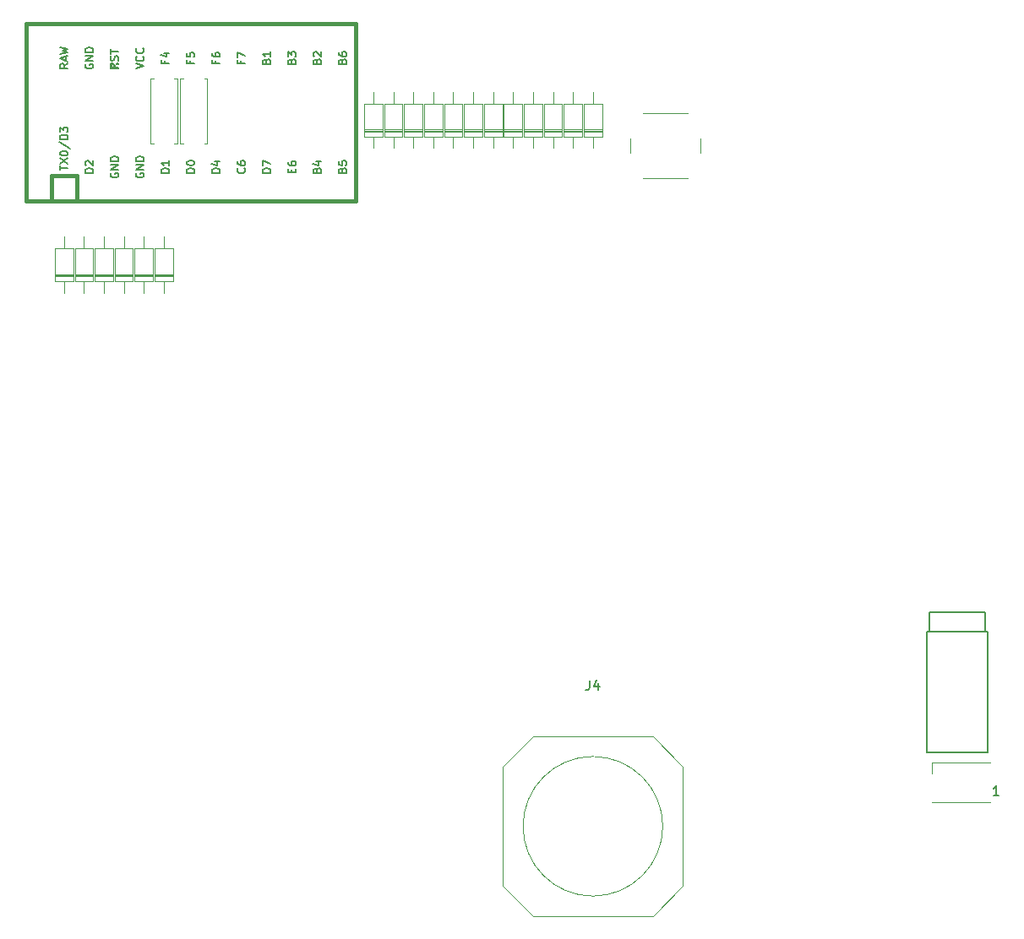
<source format=gbr>
G04 #@! TF.GenerationSoftware,KiCad,Pcbnew,5.1.6*
G04 #@! TF.CreationDate,2020-07-01T23:17:58-05:00*
G04 #@! TF.ProjectId,fissure,66697373-7572-4652-9e6b-696361645f70,rev?*
G04 #@! TF.SameCoordinates,Original*
G04 #@! TF.FileFunction,Legend,Top*
G04 #@! TF.FilePolarity,Positive*
%FSLAX46Y46*%
G04 Gerber Fmt 4.6, Leading zero omitted, Abs format (unit mm)*
G04 Created by KiCad (PCBNEW 5.1.6) date 2020-07-01 23:17:58*
%MOMM*%
%LPD*%
G01*
G04 APERTURE LIST*
%ADD10C,0.120000*%
%ADD11C,0.381000*%
%ADD12C,0.150000*%
G04 APERTURE END LIST*
D10*
X50577000Y-65579000D02*
X52417000Y-65579000D01*
X52417000Y-65579000D02*
X52417000Y-62299000D01*
X52417000Y-62299000D02*
X50577000Y-62299000D01*
X50577000Y-62299000D02*
X50577000Y-65579000D01*
X51497000Y-66759000D02*
X51497000Y-65579000D01*
X51497000Y-61119000D02*
X51497000Y-62299000D01*
X50577000Y-65003000D02*
X52417000Y-65003000D01*
X50577000Y-64883000D02*
X52417000Y-64883000D01*
X50577000Y-65123000D02*
X52417000Y-65123000D01*
X109497000Y-120249000D02*
G75*
G03*
X109497000Y-120249000I-7000000J0D01*
G01*
X93497000Y-114249000D02*
X93497000Y-126249000D01*
X93497000Y-126249000D02*
X96497000Y-129249000D01*
X96497000Y-129249000D02*
X108497000Y-129249000D01*
X108497000Y-129249000D02*
X111497000Y-126249000D01*
X111497000Y-126249000D02*
X111497000Y-114249000D01*
X111497000Y-114249000D02*
X108497000Y-111249000D01*
X108497000Y-111249000D02*
X96497000Y-111249000D01*
X96497000Y-111249000D02*
X93497000Y-114249000D01*
D11*
X48257000Y-55039000D02*
X48257000Y-57579000D01*
X45717000Y-57579000D02*
X48257000Y-57579000D01*
X45717000Y-39799000D02*
X45717000Y-57579000D01*
X48257000Y-39799000D02*
X45717000Y-39799000D01*
D12*
G36*
X54736360Y-43757432D02*
G01*
X54936360Y-43757432D01*
X54936360Y-43857432D01*
X54736360Y-43857432D01*
X54736360Y-43757432D01*
G37*
X54736360Y-43757432D02*
X54936360Y-43757432D01*
X54936360Y-43857432D01*
X54736360Y-43857432D01*
X54736360Y-43757432D01*
G36*
X54136360Y-44157432D02*
G01*
X54936360Y-44157432D01*
X54936360Y-44257432D01*
X54136360Y-44257432D01*
X54136360Y-44157432D01*
G37*
X54136360Y-44157432D02*
X54936360Y-44157432D01*
X54936360Y-44257432D01*
X54136360Y-44257432D01*
X54136360Y-44157432D01*
G36*
X54136360Y-43757432D02*
G01*
X54236360Y-43757432D01*
X54236360Y-44257432D01*
X54136360Y-44257432D01*
X54136360Y-43757432D01*
G37*
X54136360Y-43757432D02*
X54236360Y-43757432D01*
X54236360Y-44257432D01*
X54136360Y-44257432D01*
X54136360Y-43757432D01*
G36*
X54536360Y-43957432D02*
G01*
X54636360Y-43957432D01*
X54636360Y-44057432D01*
X54536360Y-44057432D01*
X54536360Y-43957432D01*
G37*
X54536360Y-43957432D02*
X54636360Y-43957432D01*
X54636360Y-44057432D01*
X54536360Y-44057432D01*
X54536360Y-43957432D01*
G36*
X54136360Y-43757432D02*
G01*
X54436360Y-43757432D01*
X54436360Y-43857432D01*
X54136360Y-43857432D01*
X54136360Y-43757432D01*
G37*
X54136360Y-43757432D02*
X54436360Y-43757432D01*
X54436360Y-43857432D01*
X54136360Y-43857432D01*
X54136360Y-43757432D01*
D11*
X50797000Y-55039000D02*
X50797000Y-57579000D01*
X48257000Y-55039000D02*
X50797000Y-55039000D01*
X78737000Y-39799000D02*
X48257000Y-39799000D01*
X78737000Y-57579000D02*
X78737000Y-39799000D01*
X48257000Y-57579000D02*
X78737000Y-57579000D01*
D10*
X106247000Y-51249000D02*
X106247000Y-52749000D01*
X107497000Y-55249000D02*
X111997000Y-55249000D01*
X113247000Y-52749000D02*
X113247000Y-51249000D01*
X111997000Y-48749000D02*
X107497000Y-48749000D01*
D12*
X142047000Y-100749000D02*
X135947000Y-100749000D01*
X142047000Y-112849000D02*
X135947000Y-112849000D01*
X142047000Y-100749000D02*
X142047000Y-112849000D01*
X135947000Y-100749000D02*
X135947000Y-112849000D01*
X141797000Y-100749000D02*
X141797000Y-98749000D01*
X136197000Y-100749000D02*
X136197000Y-98749000D01*
X141797000Y-98749000D02*
X136197000Y-98749000D01*
D10*
X48577000Y-65579000D02*
X50417000Y-65579000D01*
X50417000Y-65579000D02*
X50417000Y-62299000D01*
X50417000Y-62299000D02*
X48577000Y-62299000D01*
X48577000Y-62299000D02*
X48577000Y-65579000D01*
X49497000Y-66759000D02*
X49497000Y-65579000D01*
X49497000Y-61119000D02*
X49497000Y-62299000D01*
X48577000Y-65003000D02*
X50417000Y-65003000D01*
X48577000Y-64883000D02*
X50417000Y-64883000D01*
X48577000Y-65123000D02*
X50417000Y-65123000D01*
X58577000Y-65579000D02*
X60417000Y-65579000D01*
X60417000Y-65579000D02*
X60417000Y-62299000D01*
X60417000Y-62299000D02*
X58577000Y-62299000D01*
X58577000Y-62299000D02*
X58577000Y-65579000D01*
X59497000Y-66759000D02*
X59497000Y-65579000D01*
X59497000Y-61119000D02*
X59497000Y-62299000D01*
X58577000Y-65003000D02*
X60417000Y-65003000D01*
X58577000Y-64883000D02*
X60417000Y-64883000D01*
X58577000Y-65123000D02*
X60417000Y-65123000D01*
X79577000Y-50623000D02*
X81417000Y-50623000D01*
X79577000Y-50383000D02*
X81417000Y-50383000D01*
X79577000Y-50503000D02*
X81417000Y-50503000D01*
X80497000Y-46619000D02*
X80497000Y-47799000D01*
X80497000Y-52259000D02*
X80497000Y-51079000D01*
X79577000Y-47799000D02*
X79577000Y-51079000D01*
X81417000Y-47799000D02*
X79577000Y-47799000D01*
X81417000Y-51079000D02*
X81417000Y-47799000D01*
X79577000Y-51079000D02*
X81417000Y-51079000D01*
X93577000Y-50623000D02*
X95417000Y-50623000D01*
X93577000Y-50383000D02*
X95417000Y-50383000D01*
X93577000Y-50503000D02*
X95417000Y-50503000D01*
X94497000Y-46619000D02*
X94497000Y-47799000D01*
X94497000Y-52259000D02*
X94497000Y-51079000D01*
X93577000Y-47799000D02*
X93577000Y-51079000D01*
X95417000Y-47799000D02*
X93577000Y-47799000D01*
X95417000Y-51079000D02*
X95417000Y-47799000D01*
X93577000Y-51079000D02*
X95417000Y-51079000D01*
X99577000Y-50623000D02*
X101417000Y-50623000D01*
X99577000Y-50383000D02*
X101417000Y-50383000D01*
X99577000Y-50503000D02*
X101417000Y-50503000D01*
X100497000Y-46619000D02*
X100497000Y-47799000D01*
X100497000Y-52259000D02*
X100497000Y-51079000D01*
X99577000Y-47799000D02*
X99577000Y-51079000D01*
X101417000Y-47799000D02*
X99577000Y-47799000D01*
X101417000Y-51079000D02*
X101417000Y-47799000D01*
X99577000Y-51079000D02*
X101417000Y-51079000D01*
X56577000Y-65579000D02*
X58417000Y-65579000D01*
X58417000Y-65579000D02*
X58417000Y-62299000D01*
X58417000Y-62299000D02*
X56577000Y-62299000D01*
X56577000Y-62299000D02*
X56577000Y-65579000D01*
X57497000Y-66759000D02*
X57497000Y-65579000D01*
X57497000Y-61119000D02*
X57497000Y-62299000D01*
X56577000Y-65003000D02*
X58417000Y-65003000D01*
X56577000Y-64883000D02*
X58417000Y-64883000D01*
X56577000Y-65123000D02*
X58417000Y-65123000D01*
X81577000Y-50623000D02*
X83417000Y-50623000D01*
X81577000Y-50383000D02*
X83417000Y-50383000D01*
X81577000Y-50503000D02*
X83417000Y-50503000D01*
X82497000Y-46619000D02*
X82497000Y-47799000D01*
X82497000Y-52259000D02*
X82497000Y-51079000D01*
X81577000Y-47799000D02*
X81577000Y-51079000D01*
X83417000Y-47799000D02*
X81577000Y-47799000D01*
X83417000Y-51079000D02*
X83417000Y-47799000D01*
X81577000Y-51079000D02*
X83417000Y-51079000D01*
X89577000Y-50623000D02*
X91417000Y-50623000D01*
X89577000Y-50383000D02*
X91417000Y-50383000D01*
X89577000Y-50503000D02*
X91417000Y-50503000D01*
X90497000Y-46619000D02*
X90497000Y-47799000D01*
X90497000Y-52259000D02*
X90497000Y-51079000D01*
X89577000Y-47799000D02*
X89577000Y-51079000D01*
X91417000Y-47799000D02*
X89577000Y-47799000D01*
X91417000Y-51079000D02*
X91417000Y-47799000D01*
X89577000Y-51079000D02*
X91417000Y-51079000D01*
X97577000Y-50623000D02*
X99417000Y-50623000D01*
X97577000Y-50383000D02*
X99417000Y-50383000D01*
X97577000Y-50503000D02*
X99417000Y-50503000D01*
X98497000Y-46619000D02*
X98497000Y-47799000D01*
X98497000Y-52259000D02*
X98497000Y-51079000D01*
X97577000Y-47799000D02*
X97577000Y-51079000D01*
X99417000Y-47799000D02*
X97577000Y-47799000D01*
X99417000Y-51079000D02*
X99417000Y-47799000D01*
X97577000Y-51079000D02*
X99417000Y-51079000D01*
X52577000Y-65579000D02*
X54417000Y-65579000D01*
X54417000Y-65579000D02*
X54417000Y-62299000D01*
X54417000Y-62299000D02*
X52577000Y-62299000D01*
X52577000Y-62299000D02*
X52577000Y-65579000D01*
X53497000Y-66759000D02*
X53497000Y-65579000D01*
X53497000Y-61119000D02*
X53497000Y-62299000D01*
X52577000Y-65003000D02*
X54417000Y-65003000D01*
X52577000Y-64883000D02*
X54417000Y-64883000D01*
X52577000Y-65123000D02*
X54417000Y-65123000D01*
X54577000Y-65579000D02*
X56417000Y-65579000D01*
X56417000Y-65579000D02*
X56417000Y-62299000D01*
X56417000Y-62299000D02*
X54577000Y-62299000D01*
X54577000Y-62299000D02*
X54577000Y-65579000D01*
X55497000Y-66759000D02*
X55497000Y-65579000D01*
X55497000Y-61119000D02*
X55497000Y-62299000D01*
X54577000Y-65003000D02*
X56417000Y-65003000D01*
X54577000Y-64883000D02*
X56417000Y-64883000D01*
X54577000Y-65123000D02*
X56417000Y-65123000D01*
X83577000Y-50623000D02*
X85417000Y-50623000D01*
X83577000Y-50383000D02*
X85417000Y-50383000D01*
X83577000Y-50503000D02*
X85417000Y-50503000D01*
X84497000Y-46619000D02*
X84497000Y-47799000D01*
X84497000Y-52259000D02*
X84497000Y-51079000D01*
X83577000Y-47799000D02*
X83577000Y-51079000D01*
X85417000Y-47799000D02*
X83577000Y-47799000D01*
X85417000Y-51079000D02*
X85417000Y-47799000D01*
X83577000Y-51079000D02*
X85417000Y-51079000D01*
X87577000Y-50623000D02*
X89417000Y-50623000D01*
X87577000Y-50383000D02*
X89417000Y-50383000D01*
X87577000Y-50503000D02*
X89417000Y-50503000D01*
X88497000Y-46619000D02*
X88497000Y-47799000D01*
X88497000Y-52259000D02*
X88497000Y-51079000D01*
X87577000Y-47799000D02*
X87577000Y-51079000D01*
X89417000Y-47799000D02*
X87577000Y-47799000D01*
X89417000Y-51079000D02*
X89417000Y-47799000D01*
X87577000Y-51079000D02*
X89417000Y-51079000D01*
X95577000Y-50623000D02*
X97417000Y-50623000D01*
X95577000Y-50383000D02*
X97417000Y-50383000D01*
X95577000Y-50503000D02*
X97417000Y-50503000D01*
X96497000Y-46619000D02*
X96497000Y-47799000D01*
X96497000Y-52259000D02*
X96497000Y-51079000D01*
X95577000Y-47799000D02*
X95577000Y-51079000D01*
X97417000Y-47799000D02*
X95577000Y-47799000D01*
X97417000Y-51079000D02*
X97417000Y-47799000D01*
X95577000Y-51079000D02*
X97417000Y-51079000D01*
X85577000Y-50623000D02*
X87417000Y-50623000D01*
X85577000Y-50383000D02*
X87417000Y-50383000D01*
X85577000Y-50503000D02*
X87417000Y-50503000D01*
X86497000Y-46619000D02*
X86497000Y-47799000D01*
X86497000Y-52259000D02*
X86497000Y-51079000D01*
X85577000Y-47799000D02*
X85577000Y-51079000D01*
X87417000Y-47799000D02*
X85577000Y-47799000D01*
X87417000Y-51079000D02*
X87417000Y-47799000D01*
X85577000Y-51079000D02*
X87417000Y-51079000D01*
X91577000Y-50623000D02*
X93417000Y-50623000D01*
X91577000Y-50383000D02*
X93417000Y-50383000D01*
X91577000Y-50503000D02*
X93417000Y-50503000D01*
X92497000Y-46619000D02*
X92497000Y-47799000D01*
X92497000Y-52259000D02*
X92497000Y-51079000D01*
X91577000Y-47799000D02*
X91577000Y-51079000D01*
X93417000Y-47799000D02*
X91577000Y-47799000D01*
X93417000Y-51079000D02*
X93417000Y-47799000D01*
X91577000Y-51079000D02*
X93417000Y-51079000D01*
X101577000Y-50623000D02*
X103417000Y-50623000D01*
X101577000Y-50383000D02*
X103417000Y-50383000D01*
X101577000Y-50503000D02*
X103417000Y-50503000D01*
X102497000Y-46619000D02*
X102497000Y-47799000D01*
X102497000Y-52259000D02*
X102497000Y-51079000D01*
X101577000Y-47799000D02*
X101577000Y-51079000D01*
X103417000Y-47799000D02*
X101577000Y-47799000D01*
X103417000Y-51079000D02*
X103417000Y-47799000D01*
X101577000Y-51079000D02*
X103417000Y-51079000D01*
X61127000Y-51829000D02*
X61457000Y-51829000D01*
X61127000Y-45289000D02*
X61127000Y-51829000D01*
X61457000Y-45289000D02*
X61127000Y-45289000D01*
X63867000Y-51829000D02*
X63537000Y-51829000D01*
X63867000Y-45289000D02*
X63867000Y-51829000D01*
X63537000Y-45289000D02*
X63867000Y-45289000D01*
X58127000Y-51829000D02*
X58457000Y-51829000D01*
X58127000Y-45289000D02*
X58127000Y-51829000D01*
X58457000Y-45289000D02*
X58127000Y-45289000D01*
X60867000Y-51829000D02*
X60537000Y-51829000D01*
X60867000Y-45289000D02*
X60867000Y-51829000D01*
X60537000Y-45289000D02*
X60867000Y-45289000D01*
X136447000Y-113899000D02*
X136447000Y-114974000D01*
X142347000Y-113899000D02*
X136447000Y-113899000D01*
X142347000Y-117799000D02*
X136447000Y-117799000D01*
D12*
X102163666Y-105604380D02*
X102163666Y-106318666D01*
X102116047Y-106461523D01*
X102020809Y-106556761D01*
X101877952Y-106604380D01*
X101782714Y-106604380D01*
X103068428Y-105937714D02*
X103068428Y-106604380D01*
X102830333Y-105556761D02*
X102592238Y-106271047D01*
X103211285Y-106271047D01*
X49088904Y-54451348D02*
X49088904Y-53994205D01*
X49888904Y-54222776D02*
X49088904Y-54222776D01*
X49088904Y-53803729D02*
X49888904Y-53270395D01*
X49088904Y-53270395D02*
X49888904Y-53803729D01*
X49088904Y-52813252D02*
X49088904Y-52737062D01*
X49127000Y-52660872D01*
X49165095Y-52622776D01*
X49241285Y-52584681D01*
X49393666Y-52546586D01*
X49584142Y-52546586D01*
X49736523Y-52584681D01*
X49812714Y-52622776D01*
X49850809Y-52660872D01*
X49888904Y-52737062D01*
X49888904Y-52813252D01*
X49850809Y-52889443D01*
X49812714Y-52927538D01*
X49736523Y-52965633D01*
X49584142Y-53003729D01*
X49393666Y-53003729D01*
X49241285Y-52965633D01*
X49165095Y-52927538D01*
X49127000Y-52889443D01*
X49088904Y-52813252D01*
X49050809Y-51632300D02*
X50079380Y-52318014D01*
X49888904Y-51365633D02*
X49088904Y-51365633D01*
X49088904Y-51175157D01*
X49127000Y-51060872D01*
X49203190Y-50984681D01*
X49279380Y-50946586D01*
X49431761Y-50908491D01*
X49546047Y-50908491D01*
X49698428Y-50946586D01*
X49774619Y-50984681D01*
X49850809Y-51060872D01*
X49888904Y-51175157D01*
X49888904Y-51365633D01*
X49088904Y-50641824D02*
X49088904Y-50146586D01*
X49393666Y-50413252D01*
X49393666Y-50298967D01*
X49431761Y-50222776D01*
X49469857Y-50184681D01*
X49546047Y-50146586D01*
X49736523Y-50146586D01*
X49812714Y-50184681D01*
X49850809Y-50222776D01*
X49888904Y-50298967D01*
X49888904Y-50527538D01*
X49850809Y-50603729D01*
X49812714Y-50641824D01*
X52428904Y-54740476D02*
X51628904Y-54740476D01*
X51628904Y-54550000D01*
X51667000Y-54435714D01*
X51743190Y-54359523D01*
X51819380Y-54321428D01*
X51971761Y-54283333D01*
X52086047Y-54283333D01*
X52238428Y-54321428D01*
X52314619Y-54359523D01*
X52390809Y-54435714D01*
X52428904Y-54550000D01*
X52428904Y-54740476D01*
X51705095Y-53978571D02*
X51667000Y-53940476D01*
X51628904Y-53864285D01*
X51628904Y-53673809D01*
X51667000Y-53597619D01*
X51705095Y-53559523D01*
X51781285Y-53521428D01*
X51857476Y-53521428D01*
X51971761Y-53559523D01*
X52428904Y-54016666D01*
X52428904Y-53521428D01*
X62588904Y-54740476D02*
X61788904Y-54740476D01*
X61788904Y-54550000D01*
X61827000Y-54435714D01*
X61903190Y-54359523D01*
X61979380Y-54321428D01*
X62131761Y-54283333D01*
X62246047Y-54283333D01*
X62398428Y-54321428D01*
X62474619Y-54359523D01*
X62550809Y-54435714D01*
X62588904Y-54550000D01*
X62588904Y-54740476D01*
X61788904Y-53788095D02*
X61788904Y-53711904D01*
X61827000Y-53635714D01*
X61865095Y-53597619D01*
X61941285Y-53559523D01*
X62093666Y-53521428D01*
X62284142Y-53521428D01*
X62436523Y-53559523D01*
X62512714Y-53597619D01*
X62550809Y-53635714D01*
X62588904Y-53711904D01*
X62588904Y-53788095D01*
X62550809Y-53864285D01*
X62512714Y-53902380D01*
X62436523Y-53940476D01*
X62284142Y-53978571D01*
X62093666Y-53978571D01*
X61941285Y-53940476D01*
X61865095Y-53902380D01*
X61827000Y-53864285D01*
X61788904Y-53788095D01*
X60048904Y-54740476D02*
X59248904Y-54740476D01*
X59248904Y-54550000D01*
X59287000Y-54435714D01*
X59363190Y-54359523D01*
X59439380Y-54321428D01*
X59591761Y-54283333D01*
X59706047Y-54283333D01*
X59858428Y-54321428D01*
X59934619Y-54359523D01*
X60010809Y-54435714D01*
X60048904Y-54550000D01*
X60048904Y-54740476D01*
X60048904Y-53521428D02*
X60048904Y-53978571D01*
X60048904Y-53750000D02*
X59248904Y-53750000D01*
X59363190Y-53826190D01*
X59439380Y-53902380D01*
X59477476Y-53978571D01*
X56747000Y-54759523D02*
X56708904Y-54835714D01*
X56708904Y-54950000D01*
X56747000Y-55064285D01*
X56823190Y-55140476D01*
X56899380Y-55178571D01*
X57051761Y-55216666D01*
X57166047Y-55216666D01*
X57318428Y-55178571D01*
X57394619Y-55140476D01*
X57470809Y-55064285D01*
X57508904Y-54950000D01*
X57508904Y-54873809D01*
X57470809Y-54759523D01*
X57432714Y-54721428D01*
X57166047Y-54721428D01*
X57166047Y-54873809D01*
X57508904Y-54378571D02*
X56708904Y-54378571D01*
X57508904Y-53921428D01*
X56708904Y-53921428D01*
X57508904Y-53540476D02*
X56708904Y-53540476D01*
X56708904Y-53350000D01*
X56747000Y-53235714D01*
X56823190Y-53159523D01*
X56899380Y-53121428D01*
X57051761Y-53083333D01*
X57166047Y-53083333D01*
X57318428Y-53121428D01*
X57394619Y-53159523D01*
X57470809Y-53235714D01*
X57508904Y-53350000D01*
X57508904Y-53540476D01*
X54207000Y-54759523D02*
X54168904Y-54835714D01*
X54168904Y-54950000D01*
X54207000Y-55064285D01*
X54283190Y-55140476D01*
X54359380Y-55178571D01*
X54511761Y-55216666D01*
X54626047Y-55216666D01*
X54778428Y-55178571D01*
X54854619Y-55140476D01*
X54930809Y-55064285D01*
X54968904Y-54950000D01*
X54968904Y-54873809D01*
X54930809Y-54759523D01*
X54892714Y-54721428D01*
X54626047Y-54721428D01*
X54626047Y-54873809D01*
X54968904Y-54378571D02*
X54168904Y-54378571D01*
X54968904Y-53921428D01*
X54168904Y-53921428D01*
X54968904Y-53540476D02*
X54168904Y-53540476D01*
X54168904Y-53350000D01*
X54207000Y-53235714D01*
X54283190Y-53159523D01*
X54359380Y-53121428D01*
X54511761Y-53083333D01*
X54626047Y-53083333D01*
X54778428Y-53121428D01*
X54854619Y-53159523D01*
X54930809Y-53235714D01*
X54968904Y-53350000D01*
X54968904Y-53540476D01*
X65128904Y-54740476D02*
X64328904Y-54740476D01*
X64328904Y-54550000D01*
X64367000Y-54435714D01*
X64443190Y-54359523D01*
X64519380Y-54321428D01*
X64671761Y-54283333D01*
X64786047Y-54283333D01*
X64938428Y-54321428D01*
X65014619Y-54359523D01*
X65090809Y-54435714D01*
X65128904Y-54550000D01*
X65128904Y-54740476D01*
X64595571Y-53597619D02*
X65128904Y-53597619D01*
X64290809Y-53788095D02*
X64862238Y-53978571D01*
X64862238Y-53483333D01*
X67592714Y-54283333D02*
X67630809Y-54321428D01*
X67668904Y-54435714D01*
X67668904Y-54511904D01*
X67630809Y-54626190D01*
X67554619Y-54702380D01*
X67478428Y-54740476D01*
X67326047Y-54778571D01*
X67211761Y-54778571D01*
X67059380Y-54740476D01*
X66983190Y-54702380D01*
X66907000Y-54626190D01*
X66868904Y-54511904D01*
X66868904Y-54435714D01*
X66907000Y-54321428D01*
X66945095Y-54283333D01*
X66868904Y-53597619D02*
X66868904Y-53750000D01*
X66907000Y-53826190D01*
X66945095Y-53864285D01*
X67059380Y-53940476D01*
X67211761Y-53978571D01*
X67516523Y-53978571D01*
X67592714Y-53940476D01*
X67630809Y-53902380D01*
X67668904Y-53826190D01*
X67668904Y-53673809D01*
X67630809Y-53597619D01*
X67592714Y-53559523D01*
X67516523Y-53521428D01*
X67326047Y-53521428D01*
X67249857Y-53559523D01*
X67211761Y-53597619D01*
X67173666Y-53673809D01*
X67173666Y-53826190D01*
X67211761Y-53902380D01*
X67249857Y-53940476D01*
X67326047Y-53978571D01*
X70208904Y-54740476D02*
X69408904Y-54740476D01*
X69408904Y-54550000D01*
X69447000Y-54435714D01*
X69523190Y-54359523D01*
X69599380Y-54321428D01*
X69751761Y-54283333D01*
X69866047Y-54283333D01*
X70018428Y-54321428D01*
X70094619Y-54359523D01*
X70170809Y-54435714D01*
X70208904Y-54550000D01*
X70208904Y-54740476D01*
X69408904Y-54016666D02*
X69408904Y-53483333D01*
X70208904Y-53826190D01*
X72329857Y-54702380D02*
X72329857Y-54435714D01*
X72748904Y-54321428D02*
X72748904Y-54702380D01*
X71948904Y-54702380D01*
X71948904Y-54321428D01*
X71948904Y-53635714D02*
X71948904Y-53788095D01*
X71987000Y-53864285D01*
X72025095Y-53902380D01*
X72139380Y-53978571D01*
X72291761Y-54016666D01*
X72596523Y-54016666D01*
X72672714Y-53978571D01*
X72710809Y-53940476D01*
X72748904Y-53864285D01*
X72748904Y-53711904D01*
X72710809Y-53635714D01*
X72672714Y-53597619D01*
X72596523Y-53559523D01*
X72406047Y-53559523D01*
X72329857Y-53597619D01*
X72291761Y-53635714D01*
X72253666Y-53711904D01*
X72253666Y-53864285D01*
X72291761Y-53940476D01*
X72329857Y-53978571D01*
X72406047Y-54016666D01*
X74869857Y-54473809D02*
X74907952Y-54359523D01*
X74946047Y-54321428D01*
X75022238Y-54283333D01*
X75136523Y-54283333D01*
X75212714Y-54321428D01*
X75250809Y-54359523D01*
X75288904Y-54435714D01*
X75288904Y-54740476D01*
X74488904Y-54740476D01*
X74488904Y-54473809D01*
X74527000Y-54397619D01*
X74565095Y-54359523D01*
X74641285Y-54321428D01*
X74717476Y-54321428D01*
X74793666Y-54359523D01*
X74831761Y-54397619D01*
X74869857Y-54473809D01*
X74869857Y-54740476D01*
X74755571Y-53597619D02*
X75288904Y-53597619D01*
X74450809Y-53788095D02*
X75022238Y-53978571D01*
X75022238Y-53483333D01*
X77409857Y-54473809D02*
X77447952Y-54359523D01*
X77486047Y-54321428D01*
X77562238Y-54283333D01*
X77676523Y-54283333D01*
X77752714Y-54321428D01*
X77790809Y-54359523D01*
X77828904Y-54435714D01*
X77828904Y-54740476D01*
X77028904Y-54740476D01*
X77028904Y-54473809D01*
X77067000Y-54397619D01*
X77105095Y-54359523D01*
X77181285Y-54321428D01*
X77257476Y-54321428D01*
X77333666Y-54359523D01*
X77371761Y-54397619D01*
X77409857Y-54473809D01*
X77409857Y-54740476D01*
X77028904Y-53559523D02*
X77028904Y-53940476D01*
X77409857Y-53978571D01*
X77371761Y-53940476D01*
X77333666Y-53864285D01*
X77333666Y-53673809D01*
X77371761Y-53597619D01*
X77409857Y-53559523D01*
X77486047Y-53521428D01*
X77676523Y-53521428D01*
X77752714Y-53559523D01*
X77790809Y-53597619D01*
X77828904Y-53673809D01*
X77828904Y-53864285D01*
X77790809Y-53940476D01*
X77752714Y-53978571D01*
X77409857Y-43551809D02*
X77447952Y-43437523D01*
X77486047Y-43399428D01*
X77562238Y-43361333D01*
X77676523Y-43361333D01*
X77752714Y-43399428D01*
X77790809Y-43437523D01*
X77828904Y-43513714D01*
X77828904Y-43818476D01*
X77028904Y-43818476D01*
X77028904Y-43551809D01*
X77067000Y-43475619D01*
X77105095Y-43437523D01*
X77181285Y-43399428D01*
X77257476Y-43399428D01*
X77333666Y-43437523D01*
X77371761Y-43475619D01*
X77409857Y-43551809D01*
X77409857Y-43818476D01*
X77028904Y-42675619D02*
X77028904Y-42828000D01*
X77067000Y-42904190D01*
X77105095Y-42942285D01*
X77219380Y-43018476D01*
X77371761Y-43056571D01*
X77676523Y-43056571D01*
X77752714Y-43018476D01*
X77790809Y-42980380D01*
X77828904Y-42904190D01*
X77828904Y-42751809D01*
X77790809Y-42675619D01*
X77752714Y-42637523D01*
X77676523Y-42599428D01*
X77486047Y-42599428D01*
X77409857Y-42637523D01*
X77371761Y-42675619D01*
X77333666Y-42751809D01*
X77333666Y-42904190D01*
X77371761Y-42980380D01*
X77409857Y-43018476D01*
X77486047Y-43056571D01*
X72329857Y-43551809D02*
X72367952Y-43437523D01*
X72406047Y-43399428D01*
X72482238Y-43361333D01*
X72596523Y-43361333D01*
X72672714Y-43399428D01*
X72710809Y-43437523D01*
X72748904Y-43513714D01*
X72748904Y-43818476D01*
X71948904Y-43818476D01*
X71948904Y-43551809D01*
X71987000Y-43475619D01*
X72025095Y-43437523D01*
X72101285Y-43399428D01*
X72177476Y-43399428D01*
X72253666Y-43437523D01*
X72291761Y-43475619D01*
X72329857Y-43551809D01*
X72329857Y-43818476D01*
X71948904Y-43094666D02*
X71948904Y-42599428D01*
X72253666Y-42866095D01*
X72253666Y-42751809D01*
X72291761Y-42675619D01*
X72329857Y-42637523D01*
X72406047Y-42599428D01*
X72596523Y-42599428D01*
X72672714Y-42637523D01*
X72710809Y-42675619D01*
X72748904Y-42751809D01*
X72748904Y-42980380D01*
X72710809Y-43056571D01*
X72672714Y-43094666D01*
X69789857Y-43551809D02*
X69827952Y-43437523D01*
X69866047Y-43399428D01*
X69942238Y-43361333D01*
X70056523Y-43361333D01*
X70132714Y-43399428D01*
X70170809Y-43437523D01*
X70208904Y-43513714D01*
X70208904Y-43818476D01*
X69408904Y-43818476D01*
X69408904Y-43551809D01*
X69447000Y-43475619D01*
X69485095Y-43437523D01*
X69561285Y-43399428D01*
X69637476Y-43399428D01*
X69713666Y-43437523D01*
X69751761Y-43475619D01*
X69789857Y-43551809D01*
X69789857Y-43818476D01*
X70208904Y-42599428D02*
X70208904Y-43056571D01*
X70208904Y-42828000D02*
X69408904Y-42828000D01*
X69523190Y-42904190D01*
X69599380Y-42980380D01*
X69637476Y-43056571D01*
X59629857Y-43494666D02*
X59629857Y-43761333D01*
X60048904Y-43761333D02*
X59248904Y-43761333D01*
X59248904Y-43380380D01*
X59515571Y-42732761D02*
X60048904Y-42732761D01*
X59210809Y-42923238D02*
X59782238Y-43113714D01*
X59782238Y-42618476D01*
X56708904Y-44294666D02*
X57508904Y-44028000D01*
X56708904Y-43761333D01*
X57432714Y-43037523D02*
X57470809Y-43075619D01*
X57508904Y-43189904D01*
X57508904Y-43266095D01*
X57470809Y-43380380D01*
X57394619Y-43456571D01*
X57318428Y-43494666D01*
X57166047Y-43532761D01*
X57051761Y-43532761D01*
X56899380Y-43494666D01*
X56823190Y-43456571D01*
X56747000Y-43380380D01*
X56708904Y-43266095D01*
X56708904Y-43189904D01*
X56747000Y-43075619D01*
X56785095Y-43037523D01*
X57432714Y-42237523D02*
X57470809Y-42275619D01*
X57508904Y-42389904D01*
X57508904Y-42466095D01*
X57470809Y-42580380D01*
X57394619Y-42656571D01*
X57318428Y-42694666D01*
X57166047Y-42732761D01*
X57051761Y-42732761D01*
X56899380Y-42694666D01*
X56823190Y-42656571D01*
X56747000Y-42580380D01*
X56708904Y-42466095D01*
X56708904Y-42389904D01*
X56747000Y-42275619D01*
X56785095Y-42237523D01*
X54900809Y-43489213D02*
X54938904Y-43374927D01*
X54938904Y-43184451D01*
X54900809Y-43108260D01*
X54862714Y-43070165D01*
X54786523Y-43032070D01*
X54710333Y-43032070D01*
X54634142Y-43070165D01*
X54596047Y-43108260D01*
X54557952Y-43184451D01*
X54519857Y-43336832D01*
X54481761Y-43413022D01*
X54443666Y-43451118D01*
X54367476Y-43489213D01*
X54291285Y-43489213D01*
X54215095Y-43451118D01*
X54177000Y-43413022D01*
X54138904Y-43336832D01*
X54138904Y-43146356D01*
X54177000Y-43032070D01*
X54138904Y-42803499D02*
X54138904Y-42346356D01*
X54938904Y-42574927D02*
X54138904Y-42574927D01*
X51667000Y-43837523D02*
X51628904Y-43913714D01*
X51628904Y-44028000D01*
X51667000Y-44142285D01*
X51743190Y-44218476D01*
X51819380Y-44256571D01*
X51971761Y-44294666D01*
X52086047Y-44294666D01*
X52238428Y-44256571D01*
X52314619Y-44218476D01*
X52390809Y-44142285D01*
X52428904Y-44028000D01*
X52428904Y-43951809D01*
X52390809Y-43837523D01*
X52352714Y-43799428D01*
X52086047Y-43799428D01*
X52086047Y-43951809D01*
X52428904Y-43456571D02*
X51628904Y-43456571D01*
X52428904Y-42999428D01*
X51628904Y-42999428D01*
X52428904Y-42618476D02*
X51628904Y-42618476D01*
X51628904Y-42428000D01*
X51667000Y-42313714D01*
X51743190Y-42237523D01*
X51819380Y-42199428D01*
X51971761Y-42161333D01*
X52086047Y-42161333D01*
X52238428Y-42199428D01*
X52314619Y-42237523D01*
X52390809Y-42313714D01*
X52428904Y-42428000D01*
X52428904Y-42618476D01*
X49888904Y-43780380D02*
X49507952Y-44047047D01*
X49888904Y-44237523D02*
X49088904Y-44237523D01*
X49088904Y-43932761D01*
X49127000Y-43856571D01*
X49165095Y-43818476D01*
X49241285Y-43780380D01*
X49355571Y-43780380D01*
X49431761Y-43818476D01*
X49469857Y-43856571D01*
X49507952Y-43932761D01*
X49507952Y-44237523D01*
X49660333Y-43475619D02*
X49660333Y-43094666D01*
X49888904Y-43551809D02*
X49088904Y-43285142D01*
X49888904Y-43018476D01*
X49088904Y-42828000D02*
X49888904Y-42637523D01*
X49317476Y-42485142D01*
X49888904Y-42332761D01*
X49088904Y-42142285D01*
X62169857Y-43494666D02*
X62169857Y-43761333D01*
X62588904Y-43761333D02*
X61788904Y-43761333D01*
X61788904Y-43380380D01*
X61788904Y-42694666D02*
X61788904Y-43075619D01*
X62169857Y-43113714D01*
X62131761Y-43075619D01*
X62093666Y-42999428D01*
X62093666Y-42808952D01*
X62131761Y-42732761D01*
X62169857Y-42694666D01*
X62246047Y-42656571D01*
X62436523Y-42656571D01*
X62512714Y-42694666D01*
X62550809Y-42732761D01*
X62588904Y-42808952D01*
X62588904Y-42999428D01*
X62550809Y-43075619D01*
X62512714Y-43113714D01*
X64709857Y-43494666D02*
X64709857Y-43761333D01*
X65128904Y-43761333D02*
X64328904Y-43761333D01*
X64328904Y-43380380D01*
X64328904Y-42732761D02*
X64328904Y-42885142D01*
X64367000Y-42961333D01*
X64405095Y-42999428D01*
X64519380Y-43075619D01*
X64671761Y-43113714D01*
X64976523Y-43113714D01*
X65052714Y-43075619D01*
X65090809Y-43037523D01*
X65128904Y-42961333D01*
X65128904Y-42808952D01*
X65090809Y-42732761D01*
X65052714Y-42694666D01*
X64976523Y-42656571D01*
X64786047Y-42656571D01*
X64709857Y-42694666D01*
X64671761Y-42732761D01*
X64633666Y-42808952D01*
X64633666Y-42961333D01*
X64671761Y-43037523D01*
X64709857Y-43075619D01*
X64786047Y-43113714D01*
X67249857Y-43494666D02*
X67249857Y-43761333D01*
X67668904Y-43761333D02*
X66868904Y-43761333D01*
X66868904Y-43380380D01*
X66868904Y-43151809D02*
X66868904Y-42618476D01*
X67668904Y-42961333D01*
X74869857Y-43551809D02*
X74907952Y-43437523D01*
X74946047Y-43399428D01*
X75022238Y-43361333D01*
X75136523Y-43361333D01*
X75212714Y-43399428D01*
X75250809Y-43437523D01*
X75288904Y-43513714D01*
X75288904Y-43818476D01*
X74488904Y-43818476D01*
X74488904Y-43551809D01*
X74527000Y-43475619D01*
X74565095Y-43437523D01*
X74641285Y-43399428D01*
X74717476Y-43399428D01*
X74793666Y-43437523D01*
X74831761Y-43475619D01*
X74869857Y-43551809D01*
X74869857Y-43818476D01*
X74565095Y-43056571D02*
X74527000Y-43018476D01*
X74488904Y-42942285D01*
X74488904Y-42751809D01*
X74527000Y-42675619D01*
X74565095Y-42637523D01*
X74641285Y-42599428D01*
X74717476Y-42599428D01*
X74831761Y-42637523D01*
X75288904Y-43094666D01*
X75288904Y-42599428D01*
X143182714Y-117176380D02*
X142611285Y-117176380D01*
X142897000Y-117176380D02*
X142897000Y-116176380D01*
X142801761Y-116319238D01*
X142706523Y-116414476D01*
X142611285Y-116462095D01*
M02*

</source>
